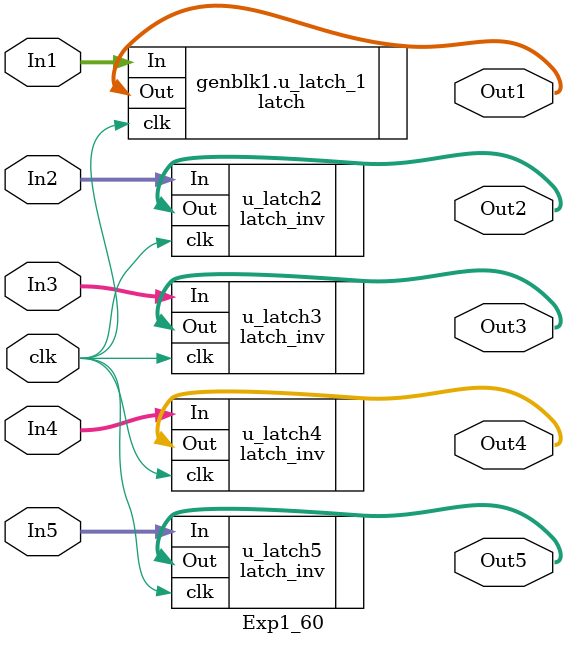
<source format=v>



`timescale 1 ns / 1 ns

module Exp1_60
          (clk,
           In1,
           In2,
           In3,
           In4,
           In5,
           Out1,
           Out2,
           Out3,
           Out4,
           Out5);


  input   clk;
  input   [31:0] In1;  // uint32
  input   [31:0] In2;  // uint32
  input   [31:0] In3;  // uint32
  input   [31:0] In4;  // uint32
  input   [31:0] In5;  // uint32
  output  [31:0] Out1;  // uint32
  output  [31:0] Out2;  // uint32
  output  [31:0] Out3;  // uint32
  output  [31:0] Out4;  // uint32
  output  [31:0] Out5;  // uint32
reg [31:0] Delay_out1;  // uint32

   parameter I1 =0 ;
 
if (I1 == 0) begin
latch u_latch_1(.clk(clk),.In(In1),.Out(Out1));
  
 end
 else begin
 	 latch_inv u_latch1 (.clk(clk),.In(In1),.Out(Out1));
 end 


 latch_inv u_latch2 (.clk(clk),.In(In2),.Out(Out2));
 latch_inv u_latch3 (.clk(clk),.In(In3),.Out(Out3));
 latch_inv u_latch4 (.clk(clk),.In(In4),.Out(Out4));
 latch_inv u_latch5 (.clk(clk),.In(In5),.Out(Out5));

 endmodule  // Exp1_60


</source>
